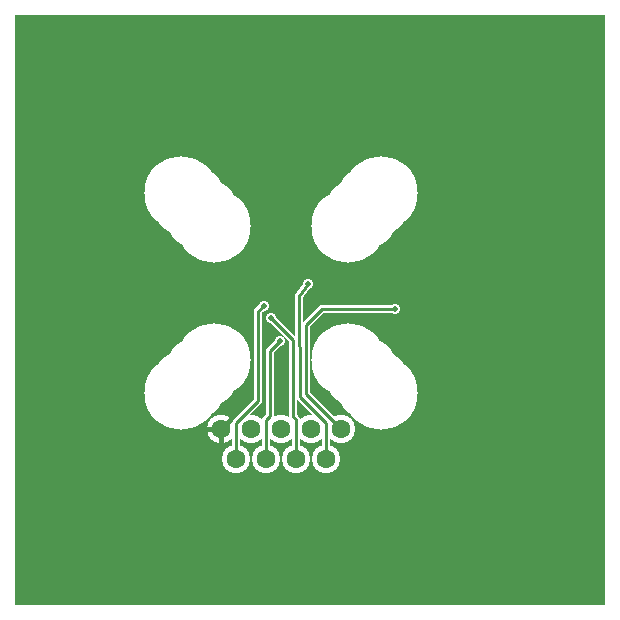
<source format=gbr>
%FSLAX34Y34*%
%MOMM*%
%LNCOPPER_BOTTOM*%
G71*
G01*
%ADD10C, 6.200*%
%ADD11C, 2.400*%
%ADD12C, 0.900*%
%ADD13C, 0.650*%
%ADD14C, 0.400*%
%ADD15C, 1.600*%
%ADD16C, 0.800*%
%ADD17C, 0.500*%
%ADD18C, 0.250*%
%LPD*%
G36*
X-225608Y235608D02*
X274392Y235608D01*
X274392Y-264392D01*
X-225608Y-264392D01*
X-225608Y235608D01*
G37*
%LPC*%
X-67175Y67175D02*
G54D10*
D03*
X67175Y-67175D02*
G54D10*
D03*
X56568Y56568D02*
G54D10*
D03*
X-56569Y-56568D02*
G54D10*
D03*
X67175Y67175D02*
G54D10*
D03*
X-67175Y-67175D02*
G54D10*
D03*
X56569Y-56570D02*
G54D10*
D03*
X-56568Y56567D02*
G54D10*
D03*
X-50800Y-115570D02*
G54D11*
D03*
X-25400Y-115570D02*
G54D11*
D03*
X0Y-115570D02*
G54D11*
D03*
X25400Y-115570D02*
G54D11*
D03*
X50800Y-115570D02*
G54D11*
D03*
X-38100Y-140970D02*
G54D11*
D03*
X-12700Y-140970D02*
G54D11*
D03*
X12700Y-140970D02*
G54D11*
D03*
X38100Y-140970D02*
G54D11*
D03*
X-15000Y-10864D02*
G54D12*
D03*
G54D13*
X-38100Y-140970D02*
X-38100Y-110509D01*
X-19347Y-91756D01*
X-19347Y-15211D01*
X-15000Y-10864D01*
X-8293Y-21352D02*
G54D12*
D03*
X-674Y-40402D02*
G54D12*
D03*
G54D13*
X-12700Y-140970D02*
X-12700Y-107334D01*
X-9822Y-104456D01*
X-9822Y-49550D01*
X-674Y-40402D01*
X22940Y7500D02*
G54D12*
D03*
G54D13*
X38100Y-140970D02*
X38100Y-110310D01*
X15578Y-87788D01*
X15002Y-2501D01*
X22940Y7500D01*
G54D13*
X50800Y-115570D02*
X21134Y-85904D01*
X21134Y-26988D01*
X34617Y-13505D01*
X96019Y-13505D01*
G54D13*
X12700Y-140970D02*
X12700Y-107334D01*
X9822Y-104456D01*
X9822Y-39467D01*
X-8293Y-21352D01*
X96019Y-13505D02*
G54D12*
D03*
X-84853Y84853D02*
G54D10*
D03*
X84853Y-84853D02*
G54D10*
D03*
X84853Y84853D02*
G54D10*
D03*
X-84853Y-84853D02*
G54D10*
D03*
X-77782Y77782D02*
G54D10*
D03*
X77782Y-77782D02*
G54D10*
D03*
X77782Y77782D02*
G54D10*
D03*
X-77782Y-77782D02*
G54D10*
D03*
%LPD*%
G54D14*
G36*
X-52214Y-114156D02*
X-43375Y-105317D01*
X-40547Y-108146D01*
X-49386Y-116984D01*
X-52214Y-114156D01*
G37*
G36*
X-48800Y-115570D02*
X-48800Y-128070D01*
X-52800Y-128070D01*
X-52800Y-115570D01*
X-48800Y-115570D01*
G37*
G36*
X-50800Y-117570D02*
X-63300Y-117570D01*
X-63300Y-113570D01*
X-50800Y-113570D01*
X-50800Y-117570D01*
G37*
X-50800Y-115570D02*
G54D15*
D03*
X-25400Y-115570D02*
G54D15*
D03*
X0Y-115570D02*
G54D15*
D03*
X25400Y-115570D02*
G54D15*
D03*
X50800Y-115570D02*
G54D15*
D03*
X-38100Y-140970D02*
G54D15*
D03*
X-12700Y-140970D02*
G54D15*
D03*
X12700Y-140970D02*
G54D15*
D03*
X38100Y-140970D02*
G54D15*
D03*
X0Y0D02*
G54D16*
D03*
X-15000Y-10864D02*
G54D17*
D03*
G54D18*
X-38100Y-140970D02*
X-38100Y-110509D01*
X-19347Y-91756D01*
X-19347Y-15211D01*
X-15000Y-10864D01*
X-8293Y-21352D02*
G54D17*
D03*
X-674Y-40402D02*
G54D17*
D03*
G54D18*
X-12700Y-140970D02*
X-12700Y-107334D01*
X-9822Y-104456D01*
X-9822Y-49550D01*
X-674Y-40402D01*
X22940Y7500D02*
G54D17*
D03*
G54D18*
X38100Y-140970D02*
X38100Y-110310D01*
X15578Y-87788D01*
X15002Y-2501D01*
X22940Y7500D01*
G54D18*
X50800Y-115570D02*
X21134Y-85904D01*
X21134Y-26988D01*
X34617Y-13505D01*
X96019Y-13505D01*
G54D18*
X12700Y-140970D02*
X12700Y-107334D01*
X9822Y-104456D01*
X9822Y-39467D01*
X-8293Y-21352D01*
X170000Y0D02*
G54D17*
D03*
X-170000Y0D02*
G54D17*
D03*
X0Y170000D02*
G54D17*
D03*
X0Y-170000D02*
G54D17*
D03*
X17383Y-100131D02*
G54D17*
D03*
X96019Y-13505D02*
G54D17*
D03*
X71413Y7501D02*
G54D17*
D03*
X2878Y-50800D02*
G54D17*
D03*
X2878Y-69850D02*
G54D17*
D03*
X-9822Y-28575D02*
G54D17*
D03*
X21928Y-15875D02*
G54D17*
D03*
X-54272Y0D02*
G54D17*
D03*
X-1884Y73025D02*
G54D17*
D03*
M02*

</source>
